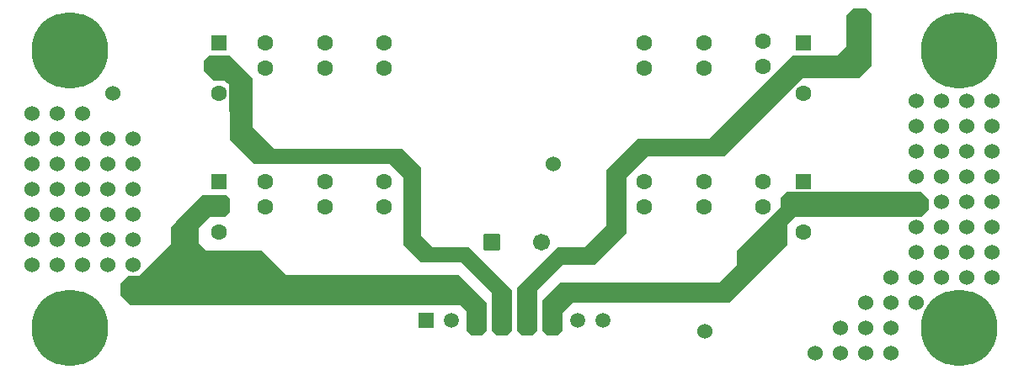
<source format=gbl>
G04 Layer_Physical_Order=2*
G04 Layer_Color=16711680*
%FSLAX23Y23*%
%MOIN*%
G70*
G01*
G75*
%ADD15C,0.063*%
%ADD16C,0.060*%
%ADD17C,0.063*%
%ADD18R,0.063X0.063*%
%ADD19C,0.059*%
%ADD20R,0.059X0.059*%
G04:AMPARAMS|DCode=21|XSize=67mil|YSize=67mil|CornerRadius=8mil|HoleSize=0mil|Usage=FLASHONLY|Rotation=0.000|XOffset=0mil|YOffset=0mil|HoleType=Round|Shape=RoundedRectangle|*
%AMROUNDEDRECTD21*
21,1,0.067,0.050,0,0,0.0*
21,1,0.050,0.067,0,0,0.0*
1,1,0.017,0.025,-0.025*
1,1,0.017,-0.025,-0.025*
1,1,0.017,-0.025,0.025*
1,1,0.017,0.025,0.025*
%
%ADD21ROUNDEDRECTD21*%
%ADD22C,0.067*%
%ADD23C,0.303*%
G36*
X3375Y1445D02*
Y1240D01*
X3325Y1190D01*
X3100D01*
X2790Y880D01*
X2490Y880D01*
X2405Y795D01*
X2405Y575D01*
X2280Y450D01*
X2150Y450D01*
X2050Y350D01*
Y190D01*
X2030Y170D01*
X1990D01*
X1970Y190D01*
Y360D01*
X2130Y520D01*
X2240Y520D01*
X2325Y605D01*
X2325Y825D01*
X2450Y950D01*
X2730Y950D01*
X2820Y1040D01*
X3060Y1280D01*
X3080Y1280D01*
X3240D01*
X3275Y1315D01*
Y1440D01*
X3300Y1465D01*
X3355D01*
X3375Y1445D01*
D02*
G37*
G36*
X3040Y740D02*
X3570D01*
X3600Y710D01*
X3600Y670D01*
X3570Y640D01*
X3070D01*
X3040Y610D01*
Y530D01*
X2810Y300D01*
X2190D01*
X2150Y260D01*
Y190D01*
X2130Y170D01*
X2090D01*
X2070Y190D01*
Y310D01*
X2140Y380D01*
X2770Y380D01*
X2840Y450D01*
X2840Y505D01*
X3015Y680D01*
X3015D01*
Y715D01*
X3040Y740D01*
Y740D01*
X3040D01*
X3040Y740D01*
Y740D01*
D02*
G37*
G36*
X835Y1280D02*
X925Y1190D01*
Y995D01*
X1010Y910D01*
X1515Y910D01*
X1590Y835D01*
X1590Y565D01*
X1635Y520D01*
X1780Y520D01*
X1950Y350D01*
Y190D01*
X1930Y170D01*
X1890D01*
X1870Y190D01*
Y340D01*
X1750Y460D01*
X1590Y460D01*
X1520Y530D01*
Y795D01*
X1465Y850D01*
X930Y850D01*
X835Y945D01*
X830Y1165D01*
X825Y1170D01*
X815Y1180D01*
X770D01*
X750Y1200D01*
X730Y1220D01*
Y1260D01*
X750Y1280D01*
X835Y1280D01*
D02*
G37*
G36*
X835Y710D02*
Y660D01*
X815Y640D01*
X755D01*
X710Y595D01*
Y550D01*
Y535D01*
X740Y505D01*
X960D01*
X1055Y410D01*
X1740Y410D01*
X1850Y300D01*
X1850Y190D01*
X1830Y170D01*
X1790Y170D01*
X1770Y190D01*
X1770Y265D01*
X1745Y290D01*
X905Y290D01*
X905Y290D01*
X440D01*
X400Y330D01*
Y375D01*
X430Y405D01*
X475D01*
X575Y505D01*
X600Y530D01*
Y550D01*
Y600D01*
X620Y620D01*
X725Y725D01*
X820Y725D01*
X835Y710D01*
D02*
G37*
D15*
X2475Y780D02*
D03*
Y680D02*
D03*
X2710Y780D02*
D03*
Y680D02*
D03*
X2475Y1330D02*
D03*
Y1230D02*
D03*
X2710Y1330D02*
D03*
Y1230D02*
D03*
X1445Y1330D02*
D03*
Y1230D02*
D03*
X1210Y1330D02*
D03*
Y1230D02*
D03*
X1445Y780D02*
D03*
Y680D02*
D03*
X1210Y780D02*
D03*
Y680D02*
D03*
X975Y780D02*
D03*
Y680D02*
D03*
Y1330D02*
D03*
Y1230D02*
D03*
X2945Y1335D02*
D03*
Y1235D02*
D03*
Y780D02*
D03*
Y680D02*
D03*
D16*
X2715Y185D02*
D03*
X2115Y850D02*
D03*
X3520Y690D02*
D03*
X3325Y1415D02*
D03*
X370Y1130D02*
D03*
X450Y340D02*
D03*
Y750D02*
D03*
Y650D02*
D03*
X350Y750D02*
D03*
Y650D02*
D03*
Y550D02*
D03*
X3450Y200D02*
D03*
Y100D02*
D03*
X3350D02*
D03*
X3150D02*
D03*
X3250D02*
D03*
Y200D02*
D03*
X3350D02*
D03*
Y300D02*
D03*
X3450D02*
D03*
Y400D02*
D03*
X3550Y300D02*
D03*
Y400D02*
D03*
Y500D02*
D03*
Y600D02*
D03*
X3650Y400D02*
D03*
Y500D02*
D03*
Y600D02*
D03*
Y700D02*
D03*
X3750D02*
D03*
Y600D02*
D03*
Y500D02*
D03*
Y400D02*
D03*
X3850Y700D02*
D03*
Y600D02*
D03*
Y500D02*
D03*
Y400D02*
D03*
Y800D02*
D03*
Y900D02*
D03*
Y1000D02*
D03*
Y1100D02*
D03*
X3750Y800D02*
D03*
Y900D02*
D03*
Y1000D02*
D03*
Y1100D02*
D03*
X3650Y800D02*
D03*
Y900D02*
D03*
Y1000D02*
D03*
Y1100D02*
D03*
X3550D02*
D03*
Y1000D02*
D03*
Y900D02*
D03*
Y800D02*
D03*
X450Y950D02*
D03*
Y850D02*
D03*
X350D02*
D03*
Y950D02*
D03*
X250Y450D02*
D03*
X150D02*
D03*
X50D02*
D03*
X250Y550D02*
D03*
X150D02*
D03*
X50D02*
D03*
X250Y650D02*
D03*
X150D02*
D03*
X50D02*
D03*
X250Y750D02*
D03*
X150D02*
D03*
X50D02*
D03*
Y850D02*
D03*
X150D02*
D03*
X250D02*
D03*
Y950D02*
D03*
X150D02*
D03*
X50D02*
D03*
Y1050D02*
D03*
X150D02*
D03*
X250D02*
D03*
X350Y450D02*
D03*
X450D02*
D03*
Y550D02*
D03*
D17*
X3105Y580D02*
D03*
Y680D02*
D03*
Y1130D02*
D03*
Y1230D02*
D03*
X790Y1130D02*
D03*
Y1230D02*
D03*
Y580D02*
D03*
Y680D02*
D03*
D18*
X3105Y780D02*
D03*
Y1330D02*
D03*
X790D02*
D03*
Y780D02*
D03*
D19*
X2310Y230D02*
D03*
X2210D02*
D03*
X2110D02*
D03*
X2010D02*
D03*
X1910D02*
D03*
X1810D02*
D03*
X1710D02*
D03*
D20*
X1610D02*
D03*
D21*
X1870Y540D02*
D03*
D22*
X2067D02*
D03*
D23*
X200Y200D02*
D03*
X3720D02*
D03*
X200Y1300D02*
D03*
X3720D02*
D03*
M02*

</source>
